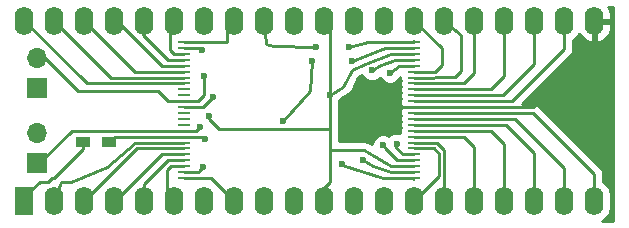
<source format=gtl>
G04 #@! TF.FileFunction,Copper,L1,Top,Signal*
%FSLAX46Y46*%
G04 Gerber Fmt 4.6, Leading zero omitted, Abs format (unit mm)*
G04 Created by KiCad (PCBNEW 4.0.7) date 04/07/18 18:37:48*
%MOMM*%
%LPD*%
G01*
G04 APERTURE LIST*
%ADD10C,0.100000*%
%ADD11R,1.600000X2.400000*%
%ADD12O,1.600000X2.400000*%
%ADD13R,1.100000X0.250000*%
%ADD14R,1.700000X1.700000*%
%ADD15O,1.700000X1.700000*%
%ADD16R,1.200000X0.900000*%
%ADD17C,0.600000*%
%ADD18C,0.250000*%
%ADD19C,0.254000*%
G04 APERTURE END LIST*
D10*
D11*
X122148600Y-98513900D03*
D12*
X170408600Y-83273900D03*
X124688600Y-98513900D03*
X167868600Y-83273900D03*
X127228600Y-98513900D03*
X165328600Y-83273900D03*
X129768600Y-98513900D03*
X162788600Y-83273900D03*
X132308600Y-98513900D03*
X160248600Y-83273900D03*
X134848600Y-98513900D03*
X157708600Y-83273900D03*
X137388600Y-98513900D03*
X155168600Y-83273900D03*
X139928600Y-98513900D03*
X152628600Y-83273900D03*
X142468600Y-98513900D03*
X150088600Y-83273900D03*
X145008600Y-98513900D03*
X147548600Y-83273900D03*
X147548600Y-98513900D03*
X145008600Y-83273900D03*
X150088600Y-98513900D03*
X142468600Y-83273900D03*
X152628600Y-98513900D03*
X139928600Y-83273900D03*
X155168600Y-98513900D03*
X137388600Y-83273900D03*
X157708600Y-98513900D03*
X134848600Y-83273900D03*
X160248600Y-98513900D03*
X132308600Y-83273900D03*
X162788600Y-98513900D03*
X129768600Y-83273900D03*
X165328600Y-98513900D03*
X127228600Y-83273900D03*
X167868600Y-98513900D03*
X124688600Y-83273900D03*
X170408600Y-98513900D03*
X122148600Y-83273900D03*
D13*
X135665000Y-85055000D03*
X155165000Y-96555000D03*
X135665000Y-85555000D03*
X135665000Y-86055000D03*
X135665000Y-86555000D03*
X135665000Y-87055000D03*
X135665000Y-87555000D03*
X135665000Y-88055000D03*
X135665000Y-88555000D03*
X135665000Y-89055000D03*
X135665000Y-89555000D03*
X135665000Y-90055000D03*
X135665000Y-90555000D03*
X135665000Y-91055000D03*
X135665000Y-91555000D03*
X135665000Y-92055000D03*
X135665000Y-92555000D03*
X135665000Y-93055000D03*
X135665000Y-93555000D03*
X135665000Y-94055000D03*
X135665000Y-94555000D03*
X135665000Y-95055000D03*
X135665000Y-95555000D03*
X135665000Y-96055000D03*
X135665000Y-96555000D03*
X155165000Y-96055000D03*
X155165000Y-95555000D03*
X155165000Y-95055000D03*
X155165000Y-94555000D03*
X155165000Y-94055000D03*
X155165000Y-93555000D03*
X155165000Y-93055000D03*
X155165000Y-92555000D03*
X155165000Y-92055000D03*
X155165000Y-91555000D03*
X155165000Y-91055000D03*
X155165000Y-90555000D03*
X155165000Y-90055000D03*
X155165000Y-89555000D03*
X155165000Y-89055000D03*
X155165000Y-88555000D03*
X155165000Y-88055000D03*
X155165000Y-87555000D03*
X155165000Y-87055000D03*
X155165000Y-86555000D03*
X155165000Y-86055000D03*
X155165000Y-85555000D03*
X155165000Y-85055000D03*
D14*
X123190000Y-88900000D03*
D15*
X123190000Y-86360000D03*
D14*
X123190000Y-95250000D03*
D15*
X123190000Y-92710000D03*
D16*
X127106500Y-93535500D03*
X129306500Y-93535500D03*
D17*
X153924000Y-90551000D03*
X137764520Y-91302840D03*
X148018500Y-89535000D03*
X150812500Y-95059500D03*
X146494500Y-86614000D03*
X144081500Y-91757500D03*
X149860000Y-86614000D03*
X152527000Y-93789500D03*
X137342880Y-87894160D03*
X138109960Y-89697560D03*
X137477500Y-93281500D03*
X137297160Y-95636080D03*
X153098500Y-87630000D03*
X149034500Y-95377000D03*
X151574500Y-87439500D03*
X149631400Y-85471000D03*
X146875500Y-85471000D03*
X153670000Y-93662500D03*
X137160000Y-85725000D03*
X136992360Y-92257880D03*
D18*
X153948320Y-90575320D02*
X155165000Y-90555000D01*
X155165000Y-90555000D02*
X165223000Y-90555000D01*
X165223000Y-90555000D02*
X170408600Y-85369400D01*
X170408600Y-85369400D02*
X170408600Y-83273900D01*
X153948320Y-90575320D02*
X153924000Y-90551000D01*
X137764520Y-91302840D02*
X137764520Y-91536520D01*
X148022440Y-92392500D02*
X148022440Y-92392813D01*
X138620500Y-92392500D02*
X148022440Y-92392500D01*
X137764520Y-91536520D02*
X138620500Y-92392500D01*
X150876000Y-94170500D02*
X148094590Y-94170500D01*
X153200300Y-95555000D02*
X150876000Y-94170500D01*
X155165000Y-95555000D02*
X153200300Y-95555000D01*
X148024795Y-94100705D02*
X148024795Y-94100973D01*
X148094590Y-94170500D02*
X148024795Y-94100705D01*
X148018500Y-89535000D02*
X148026120Y-83751420D01*
X148026120Y-83751420D02*
X147548600Y-83273900D01*
X149860000Y-87439500D02*
X149161500Y-88836500D01*
X151003000Y-86931500D02*
X149860000Y-87439500D01*
X149161500Y-88836500D02*
X148018500Y-89535000D01*
X147548600Y-98513900D02*
X147548600Y-97409000D01*
X147548600Y-97409000D02*
X148026120Y-96931480D01*
X148026120Y-96931480D02*
X148026120Y-95062040D01*
X148026120Y-95062040D02*
X148024795Y-94100973D01*
X148024795Y-94100973D02*
X148023490Y-93154413D01*
X148023490Y-93154413D02*
X148022440Y-92392813D01*
X148022440Y-92392813D02*
X148018500Y-89535000D01*
X148018500Y-89535000D02*
X148018500Y-89535000D01*
X148048980Y-89504520D02*
X148048980Y-89494360D01*
X148048980Y-89311480D02*
X148048980Y-89494360D01*
X148018500Y-89535000D02*
X148048980Y-89504520D01*
X148056600Y-98005900D02*
X147548600Y-98513900D01*
X155165000Y-86055000D02*
X153213000Y-86055000D01*
X148048980Y-89362280D02*
X148048980Y-89311480D01*
X153213000Y-86055000D02*
X151003000Y-86931500D01*
X148056600Y-83781900D02*
X147548600Y-83273900D01*
X155165000Y-96055000D02*
X153215160Y-96055000D01*
X151701500Y-95504000D02*
X150812500Y-95059500D01*
X153215160Y-96055000D02*
X151701500Y-95504000D01*
X144081500Y-91757500D02*
X146367500Y-89154000D01*
X146367500Y-89154000D02*
X146494500Y-86614000D01*
X152671600Y-85555000D02*
X149860000Y-86614000D01*
X155165000Y-85555000D02*
X152671600Y-85555000D01*
X155165000Y-95055000D02*
X153726460Y-95055000D01*
X152796240Y-94124780D02*
X152527000Y-93789500D01*
X153726460Y-95055000D02*
X152796240Y-94124780D01*
X135665000Y-90055000D02*
X134322120Y-90055000D01*
X123715780Y-86245700D02*
X123190000Y-86360000D01*
X126659640Y-89189560D02*
X123715780Y-86245700D01*
X133456680Y-89189560D02*
X126659640Y-89189560D01*
X134322120Y-90055000D02*
X133456680Y-89189560D01*
X135665000Y-90055000D02*
X136812720Y-90055000D01*
X137342880Y-89524840D02*
X137342880Y-87894160D01*
X136812720Y-90055000D02*
X137342880Y-89524840D01*
X135665000Y-90555000D02*
X137252520Y-90555000D01*
X137252520Y-90555000D02*
X138109960Y-89697560D01*
X137477500Y-93281500D02*
X137355580Y-93159580D01*
X137355580Y-93159580D02*
X136931400Y-93111320D01*
X136931400Y-93111320D02*
X136875080Y-93055000D01*
X136875080Y-93055000D02*
X135665000Y-93055000D01*
X135665000Y-93055000D02*
X129787000Y-93055000D01*
X129787000Y-93055000D02*
X129306500Y-93535500D01*
X135763000Y-93091000D02*
X135665000Y-93055000D01*
X131470400Y-93573600D02*
X129133600Y-95652570D01*
X129133600Y-95652570D02*
X126061666Y-96934417D01*
X126061666Y-96934417D02*
X125277751Y-96923269D01*
X125277751Y-96923269D02*
X124688600Y-98513900D01*
X135665000Y-93555000D02*
X131470400Y-93573600D01*
X155165000Y-90055000D02*
X163437000Y-90055000D01*
X167868600Y-85623400D02*
X167868600Y-83273900D01*
X163437000Y-90055000D02*
X167868600Y-85623400D01*
X135665000Y-94055000D02*
X131687500Y-94055000D01*
X131687500Y-94055000D02*
X127228600Y-98513900D01*
X155165000Y-89555000D02*
X162667000Y-89555000D01*
X165328600Y-86893400D02*
X165328600Y-83273900D01*
X162667000Y-89555000D02*
X165328600Y-86893400D01*
X135665000Y-94555000D02*
X133791000Y-94555000D01*
X133791000Y-94555000D02*
X129832100Y-98513900D01*
X129832100Y-98513900D02*
X129768600Y-98513900D01*
X155165000Y-89055000D02*
X161643000Y-89055000D01*
X162788600Y-87909400D02*
X162788600Y-83273900D01*
X161643000Y-89055000D02*
X162788600Y-87909400D01*
X135665000Y-95055000D02*
X134307000Y-95055000D01*
X132308600Y-97053400D02*
X132308600Y-98513900D01*
X134307000Y-95055000D02*
X132308600Y-97053400D01*
X155165000Y-88555000D02*
X159349000Y-88555000D01*
X160248600Y-87655400D02*
X160248600Y-83273900D01*
X159349000Y-88555000D02*
X160248600Y-87655400D01*
X135665000Y-95555000D02*
X134569000Y-95555000D01*
X134239000Y-95885000D02*
X134239000Y-97904300D01*
X134569000Y-95555000D02*
X134239000Y-95885000D01*
X134239000Y-97904300D02*
X134848600Y-98513900D01*
X155165000Y-88055000D02*
X158623094Y-88018944D01*
X158623094Y-88018944D02*
X159131003Y-87503002D01*
X159131000Y-84455000D02*
X157708600Y-83273900D01*
X159131003Y-87503002D02*
X159131000Y-84455000D01*
X135665000Y-96055000D02*
X135672440Y-96047560D01*
X135672440Y-96047560D02*
X136733280Y-96047560D01*
X136733280Y-96047560D02*
X136824720Y-96047560D01*
X136824720Y-96047560D02*
X136961880Y-96047560D01*
X136961880Y-96047560D02*
X136961880Y-95971360D01*
X136961880Y-95971360D02*
X137297160Y-95636080D01*
X137541000Y-98361500D02*
X137388600Y-98513900D01*
X155165000Y-87555000D02*
X156920000Y-87555000D01*
X157480000Y-85585300D02*
X155168600Y-83273900D01*
X157480000Y-86995000D02*
X157480000Y-85585300D01*
X156920000Y-87555000D02*
X157480000Y-86995000D01*
X135665000Y-96555000D02*
X135684760Y-96535240D01*
X135684760Y-96535240D02*
X137949940Y-96535240D01*
X137949940Y-96535240D02*
X139928600Y-98513900D01*
X155165000Y-87055000D02*
X153857000Y-87055000D01*
X153543000Y-87369000D02*
X153098500Y-87630000D01*
X153857000Y-87055000D02*
X153543000Y-87369000D01*
X152628600Y-83540600D02*
X152628600Y-83273900D01*
X155165000Y-96555000D02*
X152470560Y-96555000D01*
X149034500Y-95435420D02*
X149034500Y-95377000D01*
X152470560Y-96555000D02*
X149034500Y-95435420D01*
X142468600Y-98513900D02*
X142367000Y-98425000D01*
X142367000Y-98425000D02*
X142367000Y-98171000D01*
X155067000Y-96647000D02*
X155165000Y-96555000D01*
X153551200Y-86555000D02*
X152336500Y-86995000D01*
X152336500Y-86995000D02*
X151574500Y-87439500D01*
X153551200Y-86555000D02*
X155165000Y-86555000D01*
X146829780Y-85425280D02*
X143192500Y-85407500D01*
X143192500Y-85407500D02*
X142616570Y-85203116D01*
X155165000Y-85055000D02*
X151246280Y-85055000D01*
X151246280Y-85055000D02*
X149631400Y-85471000D01*
X146875500Y-85471000D02*
X146829780Y-85425280D01*
X142616570Y-85203116D02*
X142468600Y-83273900D01*
X155165000Y-85055000D02*
X155067000Y-84963000D01*
X142367000Y-83185000D02*
X142468600Y-83273900D01*
X155165000Y-85055000D02*
X155067000Y-84963000D01*
X142367000Y-83185000D02*
X142468600Y-83273900D01*
X142468600Y-84048600D02*
X142468600Y-83273900D01*
X155165000Y-94555000D02*
X154173880Y-94555000D01*
X153657300Y-93675200D02*
X153670000Y-93662500D01*
X153642060Y-94023180D02*
X153657300Y-93675200D01*
X154173880Y-94555000D02*
X153642060Y-94023180D01*
X135665000Y-85055000D02*
X135680800Y-85039200D01*
X135680800Y-85039200D02*
X138625580Y-85039200D01*
X138625580Y-85039200D02*
X139288520Y-85039200D01*
X139288520Y-85039200D02*
X139288520Y-83913980D01*
X139288520Y-83913980D02*
X139928600Y-83273900D01*
X155165000Y-94055000D02*
X156828560Y-94055000D01*
X157258598Y-96423902D02*
X155168600Y-98513900D01*
X157258598Y-94485038D02*
X157258598Y-96423902D01*
X156828560Y-94055000D02*
X157258598Y-94485038D01*
X136751240Y-85555000D02*
X136990000Y-85555000D01*
X135665000Y-85555000D02*
X136751240Y-85555000D01*
X136990000Y-85555000D02*
X137160000Y-85725000D01*
X137149840Y-85714840D02*
X137160000Y-85725000D01*
X155165000Y-93555000D02*
X157055000Y-93555000D01*
X157708600Y-94208600D02*
X157708600Y-98513900D01*
X157055000Y-93555000D02*
X157708600Y-94208600D01*
X135665000Y-86055000D02*
X134823000Y-86055000D01*
X134493000Y-85725000D02*
X134493000Y-83629500D01*
X134823000Y-86055000D02*
X134493000Y-85725000D01*
X134493000Y-83629500D02*
X134848600Y-83273900D01*
X155165000Y-93055000D02*
X159349000Y-93055000D01*
X160248600Y-93954600D02*
X160248600Y-98513900D01*
X159349000Y-93055000D02*
X160248600Y-93954600D01*
X135665000Y-86555000D02*
X134307000Y-86555000D01*
X134307000Y-86555000D02*
X132207000Y-84455000D01*
X132207000Y-84455000D02*
X132207000Y-83375500D01*
X132207000Y-83375500D02*
X132308600Y-83273900D01*
X155165000Y-92555000D02*
X161643000Y-92555000D01*
X162788600Y-93700600D02*
X162788600Y-98513900D01*
X161643000Y-92555000D02*
X162788600Y-93700600D01*
X135665000Y-87055000D02*
X133791000Y-87055000D01*
X133791000Y-87055000D02*
X130009900Y-83273900D01*
X130009900Y-83273900D02*
X129768600Y-83273900D01*
X155165000Y-92055000D02*
X162921000Y-92055000D01*
X165328600Y-94462600D02*
X165328600Y-98513900D01*
X162921000Y-92055000D02*
X165328600Y-94462600D01*
X135665000Y-87555000D02*
X131509700Y-87555000D01*
X131509700Y-87555000D02*
X127228600Y-83273900D01*
X155165000Y-91555000D02*
X163691000Y-91555000D01*
X167868600Y-95732600D02*
X167868600Y-98513900D01*
X163691000Y-91555000D02*
X167868600Y-95732600D01*
X135665000Y-88055000D02*
X129469700Y-88055000D01*
X129469700Y-88055000D02*
X124688600Y-83273900D01*
X155165000Y-91055000D02*
X165223000Y-91055000D01*
X170408600Y-96240600D02*
X170408600Y-98513900D01*
X165223000Y-91055000D02*
X170408600Y-96240600D01*
X135665000Y-88555000D02*
X127429700Y-88555000D01*
X127429700Y-88555000D02*
X122148600Y-83273900D01*
X126169480Y-92555000D02*
X135665000Y-92555000D01*
X123499880Y-95224600D02*
X126169480Y-92555000D01*
X123190000Y-95250000D02*
X123499880Y-95224600D01*
X136695240Y-92555000D02*
X135665000Y-92555000D01*
X136992360Y-92257880D02*
X136695240Y-92555000D01*
X127106500Y-93535500D02*
X127106500Y-94127500D01*
X123444000Y-96901000D02*
X122148600Y-98196400D01*
X124142500Y-96901000D02*
X123444000Y-96901000D01*
X124460000Y-96583500D02*
X124142500Y-96901000D01*
X124650500Y-96583500D02*
X124460000Y-96583500D01*
X127106500Y-94127500D02*
X124650500Y-96583500D01*
X122148600Y-98196400D02*
X122148600Y-98513900D01*
X122148600Y-98513900D02*
X122047000Y-98425000D01*
D19*
G36*
X171958000Y-100203000D02*
X171066429Y-100203000D01*
X171423298Y-99964548D01*
X171734367Y-99499001D01*
X171843600Y-98949850D01*
X171843600Y-98077950D01*
X171734367Y-97528799D01*
X171423298Y-97063252D01*
X171168600Y-96893068D01*
X171168600Y-96240600D01*
X171110748Y-95949761D01*
X170946001Y-95703199D01*
X165760401Y-90517599D01*
X165513839Y-90352852D01*
X165223000Y-90295000D01*
X164271802Y-90295000D01*
X168406001Y-86160801D01*
X168570748Y-85914239D01*
X168628600Y-85623400D01*
X168628600Y-84894732D01*
X168883298Y-84724548D01*
X169136107Y-84346193D01*
X169483704Y-84778400D01*
X169976781Y-85048267D01*
X170059561Y-85065804D01*
X170281600Y-84943815D01*
X170281600Y-83400900D01*
X170535600Y-83400900D01*
X170535600Y-84943815D01*
X170757639Y-85065804D01*
X170840419Y-85048267D01*
X171333496Y-84778400D01*
X171685766Y-84340383D01*
X171843600Y-83800900D01*
X171843600Y-83400900D01*
X170535600Y-83400900D01*
X170281600Y-83400900D01*
X170261600Y-83400900D01*
X170261600Y-83146900D01*
X170281600Y-83146900D01*
X170281600Y-83126900D01*
X170535600Y-83126900D01*
X170535600Y-83146900D01*
X171843600Y-83146900D01*
X171843600Y-82746900D01*
X171685766Y-82207417D01*
X171552731Y-82042000D01*
X171958000Y-82042000D01*
X171958000Y-100203000D01*
X171958000Y-100203000D01*
G37*
X171958000Y-100203000D02*
X171066429Y-100203000D01*
X171423298Y-99964548D01*
X171734367Y-99499001D01*
X171843600Y-98949850D01*
X171843600Y-98077950D01*
X171734367Y-97528799D01*
X171423298Y-97063252D01*
X171168600Y-96893068D01*
X171168600Y-96240600D01*
X171110748Y-95949761D01*
X170946001Y-95703199D01*
X165760401Y-90517599D01*
X165513839Y-90352852D01*
X165223000Y-90295000D01*
X164271802Y-90295000D01*
X168406001Y-86160801D01*
X168570748Y-85914239D01*
X168628600Y-85623400D01*
X168628600Y-84894732D01*
X168883298Y-84724548D01*
X169136107Y-84346193D01*
X169483704Y-84778400D01*
X169976781Y-85048267D01*
X170059561Y-85065804D01*
X170281600Y-84943815D01*
X170281600Y-83400900D01*
X170535600Y-83400900D01*
X170535600Y-84943815D01*
X170757639Y-85065804D01*
X170840419Y-85048267D01*
X171333496Y-84778400D01*
X171685766Y-84340383D01*
X171843600Y-83800900D01*
X171843600Y-83400900D01*
X170535600Y-83400900D01*
X170281600Y-83400900D01*
X170261600Y-83400900D01*
X170261600Y-83146900D01*
X170281600Y-83146900D01*
X170281600Y-83126900D01*
X170535600Y-83126900D01*
X170535600Y-83146900D01*
X171843600Y-83146900D01*
X171843600Y-82746900D01*
X171685766Y-82207417D01*
X171552731Y-82042000D01*
X171958000Y-82042000D01*
X171958000Y-100203000D01*
G36*
X150781383Y-87968443D02*
X151044173Y-88231692D01*
X151387701Y-88374338D01*
X151759667Y-88374662D01*
X152103443Y-88232617D01*
X152267964Y-88068383D01*
X152305383Y-88158943D01*
X152568173Y-88422192D01*
X152911701Y-88564838D01*
X153283667Y-88565162D01*
X153627443Y-88423117D01*
X153890692Y-88160327D01*
X153958475Y-87997089D01*
X153967560Y-87989003D01*
X153967560Y-88180000D01*
X153991944Y-88309589D01*
X153967560Y-88430000D01*
X153967560Y-88680000D01*
X153991944Y-88809589D01*
X153967560Y-88930000D01*
X153967560Y-89180000D01*
X153991944Y-89309589D01*
X153967560Y-89430000D01*
X153967560Y-89680000D01*
X153991944Y-89809589D01*
X153967560Y-89930000D01*
X153967560Y-90180000D01*
X153987450Y-90285705D01*
X153980000Y-90303690D01*
X153980000Y-90333750D01*
X154000312Y-90354062D01*
X154011838Y-90415317D01*
X154102190Y-90555727D01*
X154018569Y-90678110D01*
X154003442Y-90752808D01*
X153980000Y-90776250D01*
X153980000Y-90806310D01*
X153988468Y-90826753D01*
X153967560Y-90930000D01*
X153967560Y-91180000D01*
X153991944Y-91309589D01*
X153967560Y-91430000D01*
X153967560Y-91680000D01*
X153991944Y-91809589D01*
X153967560Y-91930000D01*
X153967560Y-92180000D01*
X153991944Y-92309589D01*
X153967560Y-92430000D01*
X153967560Y-92680000D01*
X153986676Y-92781592D01*
X153856799Y-92727662D01*
X153484833Y-92727338D01*
X153141057Y-92869383D01*
X153025957Y-92984282D01*
X152713799Y-92854662D01*
X152341833Y-92854338D01*
X151998057Y-92996383D01*
X151734808Y-93259173D01*
X151592162Y-93602701D01*
X151592066Y-93712420D01*
X151264933Y-93517559D01*
X151212814Y-93499071D01*
X151166839Y-93468352D01*
X151074343Y-93449953D01*
X150985458Y-93418424D01*
X150930236Y-93421288D01*
X150876000Y-93410500D01*
X148783844Y-93410500D01*
X148783489Y-93153365D01*
X148782439Y-92391765D01*
X148779275Y-90096689D01*
X148810692Y-90065327D01*
X148879560Y-89899475D01*
X149557802Y-89484994D01*
X149604396Y-89442029D01*
X149659453Y-89410644D01*
X149712361Y-89342473D01*
X149775803Y-89283972D01*
X149802407Y-89226450D01*
X149841265Y-89176382D01*
X150417826Y-88023259D01*
X150744113Y-87878242D01*
X150781383Y-87968443D01*
X150781383Y-87968443D01*
G37*
X150781383Y-87968443D02*
X151044173Y-88231692D01*
X151387701Y-88374338D01*
X151759667Y-88374662D01*
X152103443Y-88232617D01*
X152267964Y-88068383D01*
X152305383Y-88158943D01*
X152568173Y-88422192D01*
X152911701Y-88564838D01*
X153283667Y-88565162D01*
X153627443Y-88423117D01*
X153890692Y-88160327D01*
X153958475Y-87997089D01*
X153967560Y-87989003D01*
X153967560Y-88180000D01*
X153991944Y-88309589D01*
X153967560Y-88430000D01*
X153967560Y-88680000D01*
X153991944Y-88809589D01*
X153967560Y-88930000D01*
X153967560Y-89180000D01*
X153991944Y-89309589D01*
X153967560Y-89430000D01*
X153967560Y-89680000D01*
X153991944Y-89809589D01*
X153967560Y-89930000D01*
X153967560Y-90180000D01*
X153987450Y-90285705D01*
X153980000Y-90303690D01*
X153980000Y-90333750D01*
X154000312Y-90354062D01*
X154011838Y-90415317D01*
X154102190Y-90555727D01*
X154018569Y-90678110D01*
X154003442Y-90752808D01*
X153980000Y-90776250D01*
X153980000Y-90806310D01*
X153988468Y-90826753D01*
X153967560Y-90930000D01*
X153967560Y-91180000D01*
X153991944Y-91309589D01*
X153967560Y-91430000D01*
X153967560Y-91680000D01*
X153991944Y-91809589D01*
X153967560Y-91930000D01*
X153967560Y-92180000D01*
X153991944Y-92309589D01*
X153967560Y-92430000D01*
X153967560Y-92680000D01*
X153986676Y-92781592D01*
X153856799Y-92727662D01*
X153484833Y-92727338D01*
X153141057Y-92869383D01*
X153025957Y-92984282D01*
X152713799Y-92854662D01*
X152341833Y-92854338D01*
X151998057Y-92996383D01*
X151734808Y-93259173D01*
X151592162Y-93602701D01*
X151592066Y-93712420D01*
X151264933Y-93517559D01*
X151212814Y-93499071D01*
X151166839Y-93468352D01*
X151074343Y-93449953D01*
X150985458Y-93418424D01*
X150930236Y-93421288D01*
X150876000Y-93410500D01*
X148783844Y-93410500D01*
X148783489Y-93153365D01*
X148782439Y-92391765D01*
X148779275Y-90096689D01*
X148810692Y-90065327D01*
X148879560Y-89899475D01*
X149557802Y-89484994D01*
X149604396Y-89442029D01*
X149659453Y-89410644D01*
X149712361Y-89342473D01*
X149775803Y-89283972D01*
X149802407Y-89226450D01*
X149841265Y-89176382D01*
X150417826Y-88023259D01*
X150744113Y-87878242D01*
X150781383Y-87968443D01*
M02*

</source>
